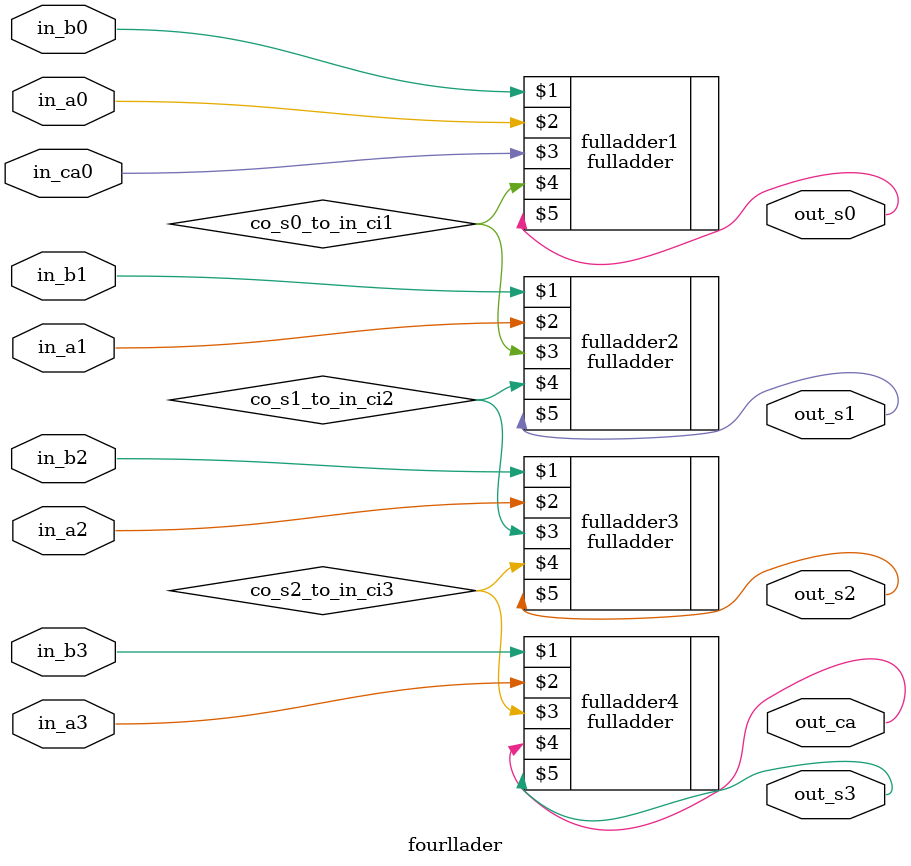
<source format=v>
module fourllader (
  // Inputs and output ports; 3 in, 2 out
  input in_b0, in_a0,in_b1, in_a1,in_b2, in_a2,in_b3, in_a3, in_ca0,
  output out_ca, out_s0,  out_s1, out_s2, out_s3
);


// Declaración de señales
 // Un cable del s del sumador 1 al a del sumador2
wire co_s0_to_in_ci1; // Un cable desde co del sumador 1 a la compuerta or
wire co_s1_to_in_ci2;
wire co_s2_to_in_ci3;
 // Un cable desde co del sumador 2 a la compuerta or

// Declaración de submodules
// halfadder(b,a,co,s)
fulladder fulladder1(in_b0, in_a0, in_ca0, co_s0_to_in_ci1, out_s0);
fulladder fulladder2(in_b1, in_a1, co_s0_to_in_ci1, co_s1_to_in_ci2, out_s1);
fulladder fulladder3(in_b2, in_a2, co_s1_to_in_ci2, co_s2_to_in_ci3, out_s2);
fulladder fulladder4(in_b3, in_a3, co_s2_to_in_ci3, out_ca, out_s3);
// Descripción del comportamiento
//assign out_co = co_s1_to_or | co_s2_to_or; // co_s1 or co_s2

endmodule

</source>
